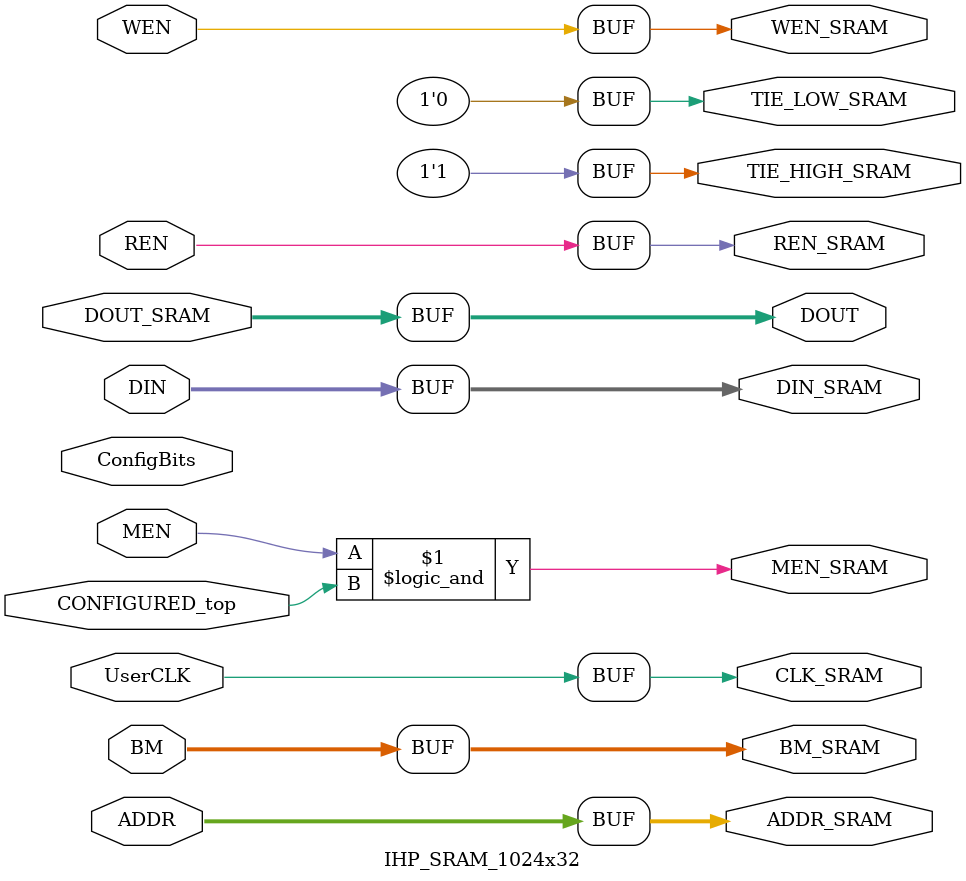
<source format=v>

module IHP_SRAM_1024x32 #(parameter NoConfigBits = 0)(
	// ConfigBits has to be adjusted manually (we don't use an arithmetic parser for the value)
	
	// User design
    input  [(10 - 1) : 0] ADDR,
    input  [(32 - 1) : 0] DIN,
    input  [(32 - 1) : 0] BM,
    input                 WEN,
    input                 MEN,
    input                 REN,
    	output [(32 - 1) : 0] DOUT,

	// SRAM
    (* FABulous, EXTERNAL *) output [(10 - 1) : 0] ADDR_SRAM,
    (* FABulous, EXTERNAL *) output [(32 - 1) : 0] DIN_SRAM,
    (* FABulous, EXTERNAL *) output [(32 - 1) : 0] BM_SRAM,
    (* FABulous, EXTERNAL *) output                WEN_SRAM,
    (* FABulous, EXTERNAL *) output                MEN_SRAM,
    (* FABulous, EXTERNAL *) output                REN_SRAM,
    (* FABulous, EXTERNAL *) input  [(32 - 1) : 0] DOUT_SRAM,
    
    (* FABulous, EXTERNAL *) output                CLK_SRAM,
    
    (* FABulous, EXTERNAL *) output                TIE_HIGH_SRAM,
    (* FABulous, EXTERNAL *) output                TIE_LOW_SRAM,
    
    (* FABulous, EXTERNAL *) input                 CONFIGURED_top,
    
    // External and shared clock
    (* FABulous, EXTERNAL, SHARED_PORT *) input UserCLK,
    
    	(* FABulous, GLOBAL *) input [NoConfigBits-1:0] ConfigBits
);
    
	assign ADDR_SRAM    = ADDR;
	assign DIN_SRAM     = DIN;
	assign BM_SRAM      = BM;
	assign WEN_SRAM     = WEN;
	// Only enable the SRAM if the fabric is configured
	assign MEN_SRAM     = MEN && CONFIGURED_top;
	assign REN_SRAM     = REN;
	assign DOUT         = DOUT_SRAM;

	assign CLK_SRAM     = UserCLK;
	
	assign TIE_HIGH_SRAM = 1'b1;
	assign TIE_LOW_SRAM  = 1'b0;

endmodule

</source>
